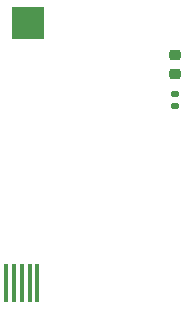
<source format=gtp>
G04 #@! TF.GenerationSoftware,KiCad,Pcbnew,9.0.4*
G04 #@! TF.CreationDate,2025-09-08T01:23:02+09:00*
G04 #@! TF.ProjectId,561SmartCard-USB,35363153-6d61-4727-9443-6172642d5553,rev?*
G04 #@! TF.SameCoordinates,Original*
G04 #@! TF.FileFunction,Paste,Top*
G04 #@! TF.FilePolarity,Positive*
%FSLAX46Y46*%
G04 Gerber Fmt 4.6, Leading zero omitted, Abs format (unit mm)*
G04 Created by KiCad (PCBNEW 9.0.4) date 2025-09-08 01:23:02*
%MOMM*%
%LPD*%
G01*
G04 APERTURE LIST*
G04 Aperture macros list*
%AMRoundRect*
0 Rectangle with rounded corners*
0 $1 Rounding radius*
0 $2 $3 $4 $5 $6 $7 $8 $9 X,Y pos of 4 corners*
0 Add a 4 corners polygon primitive as box body*
4,1,4,$2,$3,$4,$5,$6,$7,$8,$9,$2,$3,0*
0 Add four circle primitives for the rounded corners*
1,1,$1+$1,$2,$3*
1,1,$1+$1,$4,$5*
1,1,$1+$1,$6,$7*
1,1,$1+$1,$8,$9*
0 Add four rect primitives between the rounded corners*
20,1,$1+$1,$2,$3,$4,$5,0*
20,1,$1+$1,$4,$5,$6,$7,0*
20,1,$1+$1,$6,$7,$8,$9,0*
20,1,$1+$1,$8,$9,$2,$3,0*%
G04 Aperture macros list end*
%ADD10R,0.350000X3.250000*%
%ADD11RoundRect,0.135000X-0.185000X0.135000X-0.185000X-0.135000X0.185000X-0.135000X0.185000X0.135000X0*%
%ADD12RoundRect,0.218750X-0.256250X0.218750X-0.256250X-0.218750X0.256250X-0.218750X0.256250X0.218750X0*%
%ADD13R,2.700000X2.700000*%
G04 APERTURE END LIST*
D10*
X98700000Y-112055000D03*
X99350000Y-112055000D03*
X100000000Y-112055000D03*
X100650000Y-112055000D03*
X101300000Y-112055000D03*
D11*
X113000000Y-95990000D03*
X113000000Y-97010000D03*
D12*
X113000000Y-92712500D03*
X113000000Y-94287500D03*
D13*
X100500000Y-90000000D03*
M02*

</source>
